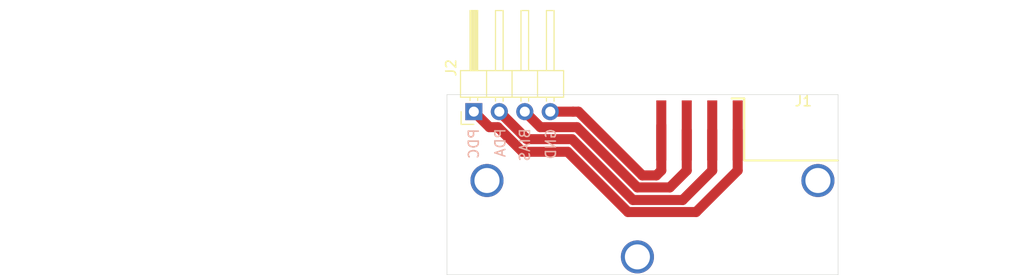
<source format=kicad_pcb>
(kicad_pcb (version 20171130) (host pcbnew "(5.1.6)-1")

  (general
    (thickness 1.6)
    (drawings 8)
    (tracks 26)
    (zones 0)
    (modules 2)
    (nets 5)
  )

  (page A4)
  (layers
    (0 F.Cu signal)
    (31 B.Cu signal)
    (32 B.Adhes user)
    (33 F.Adhes user)
    (34 B.Paste user)
    (35 F.Paste user)
    (36 B.SilkS user)
    (37 F.SilkS user)
    (38 B.Mask user)
    (39 F.Mask user)
    (40 Dwgs.User user)
    (41 Cmts.User user)
    (42 Eco1.User user)
    (43 Eco2.User user)
    (44 Edge.Cuts user)
    (45 Margin user)
    (46 B.CrtYd user)
    (47 F.CrtYd user)
    (48 B.Fab user)
    (49 F.Fab user)
  )

  (setup
    (last_trace_width 1)
    (user_trace_width 1)
    (user_trace_width 1.5)
    (user_trace_width 2)
    (trace_clearance 0.2)
    (zone_clearance 0.508)
    (zone_45_only no)
    (trace_min 0.2)
    (via_size 0.8)
    (via_drill 0.4)
    (via_min_size 0.4)
    (via_min_drill 0.3)
    (uvia_size 0.3)
    (uvia_drill 0.1)
    (uvias_allowed no)
    (uvia_min_size 0.2)
    (uvia_min_drill 0.1)
    (edge_width 0.05)
    (segment_width 0.2)
    (pcb_text_width 0.3)
    (pcb_text_size 1.5 1.5)
    (mod_edge_width 0.12)
    (mod_text_size 1 1)
    (mod_text_width 0.15)
    (pad_size 3.3 3.3)
    (pad_drill 2.5)
    (pad_to_mask_clearance 0.05)
    (aux_axis_origin 0 0)
    (grid_origin 198.390861 78.778621)
    (visible_elements 7FFFFFFF)
    (pcbplotparams
      (layerselection 0x010fc_ffffffff)
      (usegerberextensions false)
      (usegerberattributes true)
      (usegerberadvancedattributes true)
      (creategerberjobfile true)
      (excludeedgelayer true)
      (linewidth 0.100000)
      (plotframeref false)
      (viasonmask false)
      (mode 1)
      (useauxorigin false)
      (hpglpennumber 1)
      (hpglpenspeed 20)
      (hpglpendiameter 15.000000)
      (psnegative false)
      (psa4output false)
      (plotreference true)
      (plotvalue true)
      (plotinvisibletext false)
      (padsonsilk false)
      (subtractmaskfromsilk false)
      (outputformat 1)
      (mirror false)
      (drillshape 1)
      (scaleselection 1)
      (outputdirectory ""))
  )

  (net 0 "")
  (net 1 "Net-(J1-Pad1)")
  (net 2 "Net-(J1-Pad2)")
  (net 3 "Net-(J1-Pad3)")
  (net 4 "Net-(J1-Pad4)")

  (net_class Default "This is the default net class."
    (clearance 0.2)
    (trace_width 0.25)
    (via_dia 0.8)
    (via_drill 0.4)
    (uvia_dia 0.3)
    (uvia_drill 0.1)
    (add_net "Net-(J1-Pad1)")
    (add_net "Net-(J1-Pad2)")
    (add_net "Net-(J1-Pad3)")
    (add_net "Net-(J1-Pad4)")
  )

  (module BA_Footprints:IMC_1550_20PM_Pin_Header (layer F.Cu) (tedit 60F9288B) (tstamp 60F64A32)
    (at 198.390861 67.378621)
    (path /60F578B1)
    (fp_text reference J1 (at -3.45354 -5.92096) (layer F.SilkS)
      (effects (font (size 1 1) (thickness 0.15)))
    )
    (fp_text value Conn_01x04_Male (at -13.84 -9.19) (layer F.Fab)
      (effects (font (size 1 1) (thickness 0.15)))
    )
    (fp_line (start -48.6 -3.8) (end -45 -3.8) (layer F.Fab) (width 0.12))
    (fp_line (start -61 -3.8) (end -57.4 -3.8) (layer F.Fab) (width 0.12))
    (fp_line (start -57.4 0) (end -57.4 -3.8) (layer F.Fab) (width 0.12))
    (fp_line (start -48.6 0) (end -48.6 -3.8) (layer F.Fab) (width 0.12))
    (fp_line (start -65 9) (end -83.5 9) (layer F.Fab) (width 0.12))
    (fp_line (start -83.5 6.6) (end -83.5 9) (layer F.Fab) (width 0.12))
    (fp_line (start -65 4.2) (end -83.5 4.2) (layer F.Fab) (width 0.12))
    (fp_line (start -83.5 6.6) (end -83.5 4.2) (layer F.Fab) (width 0.12))
    (fp_line (start 0 5.2) (end 18.5 5.2) (layer F.Fab) (width 0.12))
    (fp_line (start 18.5 7.6) (end 18.5 10) (layer F.Fab) (width 0.12))
    (fp_line (start 18.5 7.6) (end 18.5 5.2) (layer F.Fab) (width 0.12))
    (fp_line (start 0 10) (end 18.5 10) (layer F.Fab) (width 0.12))
    (fp_line (start -65 0) (end -65 11.4) (layer F.Fab) (width 0.12))
    (fp_line (start 0 0) (end -65 0) (layer F.Fab) (width 0.12))
    (fp_line (start 0 11.4) (end -65 11.4) (layer F.Fab) (width 0.12))
    (fp_line (start 0 0) (end 0 11.4) (layer F.Fab) (width 0.12))
    (fp_line (start 0 0) (end -9.35 0) (layer F.SilkS) (width 0.2))
    (fp_line (start -9.35 -6.2) (end -9.35 0) (layer F.SilkS) (width 0.2))
    (fp_line (start -9.35 -6.2) (end -10.6 -6.2) (layer F.SilkS) (width 0.2))
    (fp_line (start -45 0) (end -45 -3.8) (layer F.Fab) (width 0.12))
    (fp_line (start -61 0) (end -61 -3.8) (layer F.Fab) (width 0.12))
    (fp_line (start -51 0) (end -51 -5.8) (layer F.Fab) (width 0.12))
    (fp_line (start -55 0) (end -55 -5.8) (layer F.Fab) (width 0.12))
    (fp_line (start -55 -5.8) (end -51 -5.8) (layer F.Fab) (width 0.12))
    (pad 4 smd rect (at -17.62 -3) (size 1 6) (layers F.Cu F.Paste F.Mask)
      (net 4 "Net-(J1-Pad4)"))
    (pad 3 smd rect (at -15.08 -3) (size 1 6) (layers F.Cu F.Paste F.Mask)
      (net 3 "Net-(J1-Pad3)"))
    (pad 2 smd rect (at -12.54 -3) (size 1 6) (layers F.Cu F.Paste F.Mask)
      (net 2 "Net-(J1-Pad2)"))
    (pad 1 smd rect (at -10 -3) (size 1 6) (layers F.Cu F.Paste F.Mask)
      (net 1 "Net-(J1-Pad1)"))
    (pad "" np_thru_hole circle (at -20 9.63) (size 3.3 3.3) (drill 2.5) (layers *.Cu *.Mask))
    (pad "" np_thru_hole circle (at -35 2) (size 3.3 3.3) (drill 2.5) (layers *.Cu *.Mask))
    (pad "" np_thru_hole circle (at -2 2) (size 3.3 3.3) (drill 2.5) (layers *.Cu *.Mask))
    (model D:/Dropbox_Data/Dropbox/HS_Wismar/Bachelorarbeit/Schaltplan_Layout/Bachelorarbeit_Schaltung/3dpackages/modulator-Body_LWL.step
      (offset (xyz -65 -11.5 0))
      (scale (xyz 1 1 1))
      (rotate (xyz 0 0 0))
    )
    (model D:/Dropbox_Daten_Alberts/Dropbox/HS_Wismar/Bachelorarbeit/Schaltplan_Layout/Bachelorarbeit_Schaltung/3dpackages/modulator-Body_LWL.step
      (offset (xyz -65 -11.5 0))
      (scale (xyz 1 1 1))
      (rotate (xyz 0 0 0))
    )
  )

  (module Connector_PinHeader_2.54mm:PinHeader_1x04_P2.54mm_Horizontal (layer F.Cu) (tedit 59FED5CB) (tstamp 60F8DC61)
    (at 162.08 62.5 90)
    (descr "Through hole angled pin header, 1x04, 2.54mm pitch, 6mm pin length, single row")
    (tags "Through hole angled pin header THT 1x04 2.54mm single row")
    (path /60F56FF8)
    (fp_text reference J2 (at 4.385 -2.27 90) (layer F.SilkS)
      (effects (font (size 1 1) (thickness 0.15)))
    )
    (fp_text value Conn_01x04_Male (at 4.385 9.89 90) (layer F.Fab)
      (effects (font (size 1 1) (thickness 0.15)))
    )
    (fp_line (start 2.135 -1.27) (end 4.04 -1.27) (layer F.Fab) (width 0.1))
    (fp_line (start 4.04 -1.27) (end 4.04 8.89) (layer F.Fab) (width 0.1))
    (fp_line (start 4.04 8.89) (end 1.5 8.89) (layer F.Fab) (width 0.1))
    (fp_line (start 1.5 8.89) (end 1.5 -0.635) (layer F.Fab) (width 0.1))
    (fp_line (start 1.5 -0.635) (end 2.135 -1.27) (layer F.Fab) (width 0.1))
    (fp_line (start -0.32 -0.32) (end 1.5 -0.32) (layer F.Fab) (width 0.1))
    (fp_line (start -0.32 -0.32) (end -0.32 0.32) (layer F.Fab) (width 0.1))
    (fp_line (start -0.32 0.32) (end 1.5 0.32) (layer F.Fab) (width 0.1))
    (fp_line (start 4.04 -0.32) (end 10.04 -0.32) (layer F.Fab) (width 0.1))
    (fp_line (start 10.04 -0.32) (end 10.04 0.32) (layer F.Fab) (width 0.1))
    (fp_line (start 4.04 0.32) (end 10.04 0.32) (layer F.Fab) (width 0.1))
    (fp_line (start -0.32 2.22) (end 1.5 2.22) (layer F.Fab) (width 0.1))
    (fp_line (start -0.32 2.22) (end -0.32 2.86) (layer F.Fab) (width 0.1))
    (fp_line (start -0.32 2.86) (end 1.5 2.86) (layer F.Fab) (width 0.1))
    (fp_line (start 4.04 2.22) (end 10.04 2.22) (layer F.Fab) (width 0.1))
    (fp_line (start 10.04 2.22) (end 10.04 2.86) (layer F.Fab) (width 0.1))
    (fp_line (start 4.04 2.86) (end 10.04 2.86) (layer F.Fab) (width 0.1))
    (fp_line (start -0.32 4.76) (end 1.5 4.76) (layer F.Fab) (width 0.1))
    (fp_line (start -0.32 4.76) (end -0.32 5.4) (layer F.Fab) (width 0.1))
    (fp_line (start -0.32 5.4) (end 1.5 5.4) (layer F.Fab) (width 0.1))
    (fp_line (start 4.04 4.76) (end 10.04 4.76) (layer F.Fab) (width 0.1))
    (fp_line (start 10.04 4.76) (end 10.04 5.4) (layer F.Fab) (width 0.1))
    (fp_line (start 4.04 5.4) (end 10.04 5.4) (layer F.Fab) (width 0.1))
    (fp_line (start -0.32 7.3) (end 1.5 7.3) (layer F.Fab) (width 0.1))
    (fp_line (start -0.32 7.3) (end -0.32 7.94) (layer F.Fab) (width 0.1))
    (fp_line (start -0.32 7.94) (end 1.5 7.94) (layer F.Fab) (width 0.1))
    (fp_line (start 4.04 7.3) (end 10.04 7.3) (layer F.Fab) (width 0.1))
    (fp_line (start 10.04 7.3) (end 10.04 7.94) (layer F.Fab) (width 0.1))
    (fp_line (start 4.04 7.94) (end 10.04 7.94) (layer F.Fab) (width 0.1))
    (fp_line (start 1.44 -1.33) (end 1.44 8.95) (layer F.SilkS) (width 0.12))
    (fp_line (start 1.44 8.95) (end 4.1 8.95) (layer F.SilkS) (width 0.12))
    (fp_line (start 4.1 8.95) (end 4.1 -1.33) (layer F.SilkS) (width 0.12))
    (fp_line (start 4.1 -1.33) (end 1.44 -1.33) (layer F.SilkS) (width 0.12))
    (fp_line (start 4.1 -0.38) (end 10.1 -0.38) (layer F.SilkS) (width 0.12))
    (fp_line (start 10.1 -0.38) (end 10.1 0.38) (layer F.SilkS) (width 0.12))
    (fp_line (start 10.1 0.38) (end 4.1 0.38) (layer F.SilkS) (width 0.12))
    (fp_line (start 4.1 -0.32) (end 10.1 -0.32) (layer F.SilkS) (width 0.12))
    (fp_line (start 4.1 -0.2) (end 10.1 -0.2) (layer F.SilkS) (width 0.12))
    (fp_line (start 4.1 -0.08) (end 10.1 -0.08) (layer F.SilkS) (width 0.12))
    (fp_line (start 4.1 0.04) (end 10.1 0.04) (layer F.SilkS) (width 0.12))
    (fp_line (start 4.1 0.16) (end 10.1 0.16) (layer F.SilkS) (width 0.12))
    (fp_line (start 4.1 0.28) (end 10.1 0.28) (layer F.SilkS) (width 0.12))
    (fp_line (start 1.11 -0.38) (end 1.44 -0.38) (layer F.SilkS) (width 0.12))
    (fp_line (start 1.11 0.38) (end 1.44 0.38) (layer F.SilkS) (width 0.12))
    (fp_line (start 1.44 1.27) (end 4.1 1.27) (layer F.SilkS) (width 0.12))
    (fp_line (start 4.1 2.16) (end 10.1 2.16) (layer F.SilkS) (width 0.12))
    (fp_line (start 10.1 2.16) (end 10.1 2.92) (layer F.SilkS) (width 0.12))
    (fp_line (start 10.1 2.92) (end 4.1 2.92) (layer F.SilkS) (width 0.12))
    (fp_line (start 1.042929 2.16) (end 1.44 2.16) (layer F.SilkS) (width 0.12))
    (fp_line (start 1.042929 2.92) (end 1.44 2.92) (layer F.SilkS) (width 0.12))
    (fp_line (start 1.44 3.81) (end 4.1 3.81) (layer F.SilkS) (width 0.12))
    (fp_line (start 4.1 4.7) (end 10.1 4.7) (layer F.SilkS) (width 0.12))
    (fp_line (start 10.1 4.7) (end 10.1 5.46) (layer F.SilkS) (width 0.12))
    (fp_line (start 10.1 5.46) (end 4.1 5.46) (layer F.SilkS) (width 0.12))
    (fp_line (start 1.042929 4.7) (end 1.44 4.7) (layer F.SilkS) (width 0.12))
    (fp_line (start 1.042929 5.46) (end 1.44 5.46) (layer F.SilkS) (width 0.12))
    (fp_line (start 1.44 6.35) (end 4.1 6.35) (layer F.SilkS) (width 0.12))
    (fp_line (start 4.1 7.24) (end 10.1 7.24) (layer F.SilkS) (width 0.12))
    (fp_line (start 10.1 7.24) (end 10.1 8) (layer F.SilkS) (width 0.12))
    (fp_line (start 10.1 8) (end 4.1 8) (layer F.SilkS) (width 0.12))
    (fp_line (start 1.042929 7.24) (end 1.44 7.24) (layer F.SilkS) (width 0.12))
    (fp_line (start 1.042929 8) (end 1.44 8) (layer F.SilkS) (width 0.12))
    (fp_line (start -1.27 0) (end -1.27 -1.27) (layer F.SilkS) (width 0.12))
    (fp_line (start -1.27 -1.27) (end 0 -1.27) (layer F.SilkS) (width 0.12))
    (fp_line (start -1.8 -1.8) (end -1.8 9.4) (layer F.CrtYd) (width 0.05))
    (fp_line (start -1.8 9.4) (end 10.55 9.4) (layer F.CrtYd) (width 0.05))
    (fp_line (start 10.55 9.4) (end 10.55 -1.8) (layer F.CrtYd) (width 0.05))
    (fp_line (start 10.55 -1.8) (end -1.8 -1.8) (layer F.CrtYd) (width 0.05))
    (fp_text user %R (at 2.77 3.81) (layer F.Fab)
      (effects (font (size 1 1) (thickness 0.15)))
    )
    (pad 1 thru_hole rect (at 0 0 90) (size 1.7 1.7) (drill 1) (layers *.Cu *.Mask)
      (net 1 "Net-(J1-Pad1)"))
    (pad 2 thru_hole oval (at 0 2.54 90) (size 1.7 1.7) (drill 1) (layers *.Cu *.Mask)
      (net 2 "Net-(J1-Pad2)"))
    (pad 3 thru_hole oval (at 0 5.08 90) (size 1.7 1.7) (drill 1) (layers *.Cu *.Mask)
      (net 3 "Net-(J1-Pad3)"))
    (pad 4 thru_hole oval (at 0 7.62 90) (size 1.7 1.7) (drill 1) (layers *.Cu *.Mask)
      (net 4 "Net-(J1-Pad4)"))
    (model ${KISYS3DMOD}/Connector_PinHeader_2.54mm.3dshapes/PinHeader_1x04_P2.54mm_Horizontal.wrl
      (at (xyz 0 0 0))
      (scale (xyz 1 1 1))
      (rotate (xyz 0 0 0))
    )
  )

  (gr_text "PDC\n" (at 162.070861 65.708621 90) (layer B.SilkS)
    (effects (font (size 1 1) (thickness 0.15)) (justify mirror))
  )
  (gr_text "PDA\n" (at 164.720861 65.608621 90) (layer B.SilkS)
    (effects (font (size 1 1) (thickness 0.15)) (justify mirror))
  )
  (gr_text "BIAS\n" (at 167.170861 65.818621 90) (layer B.SilkS)
    (effects (font (size 1 1) (thickness 0.15)) (justify mirror))
  )
  (gr_text "GND\n" (at 169.760861 65.728621 90) (layer B.SilkS)
    (effects (font (size 1 1) (thickness 0.15)) (justify mirror))
  )
  (gr_line (start 198.4 60.8) (end 198.4 78.8) (layer Edge.Cuts) (width 0.05) (tstamp 60F62BD9))
  (gr_line (start 159.4 60.8) (end 198.4 60.8) (layer Edge.Cuts) (width 0.05) (tstamp 60F62BC9))
  (gr_line (start 159.4 78.8) (end 198.4 78.8) (layer Edge.Cuts) (width 0.05))
  (gr_line (start 159.4 60.8) (end 159.4 78.8) (layer Edge.Cuts) (width 0.05))

  (segment (start 184.24085 72.528632) (end 188.390861 68.378621) (width 1) (layer F.Cu) (net 1))
  (segment (start 163.630001 64.050001) (end 164.472931 64.050001) (width 1) (layer F.Cu) (net 1))
  (segment (start 188.390861 68.378621) (end 188.390861 64.378621) (width 1) (layer F.Cu) (net 1))
  (segment (start 166.931551 66.508621) (end 171.429651 66.508621) (width 1) (layer F.Cu) (net 1))
  (segment (start 171.429651 66.508621) (end 177.449662 72.528632) (width 1) (layer F.Cu) (net 1))
  (segment (start 177.449662 72.528632) (end 184.24085 72.528632) (width 1) (layer F.Cu) (net 1))
  (segment (start 162.08 62.5) (end 163.630001 64.050001) (width 1) (layer F.Cu) (net 1))
  (segment (start 164.472931 64.050001) (end 166.931551 66.508621) (width 1) (layer F.Cu) (net 1))
  (segment (start 185.850861 68.378621) (end 185.850861 64.378621) (width 1) (layer F.Cu) (net 2))
  (segment (start 164.62 62.5) (end 167.370011 65.250011) (width 1) (layer F.Cu) (net 2))
  (segment (start 167.370011 65.250011) (end 171.868111 65.250011) (width 1) (layer F.Cu) (net 2))
  (segment (start 171.868111 65.250011) (end 177.946722 71.328622) (width 1) (layer F.Cu) (net 2))
  (segment (start 177.946722 71.328622) (end 182.90086 71.328622) (width 1) (layer F.Cu) (net 2))
  (segment (start 182.90086 71.328622) (end 185.850861 68.378621) (width 1) (layer F.Cu) (net 2))
  (segment (start 167.16 62.5) (end 168.710001 64.050001) (width 1) (layer F.Cu) (net 3))
  (segment (start 183.310861 68.378621) (end 183.310861 64.378621) (width 1) (layer F.Cu) (net 3))
  (segment (start 172.365171 64.050001) (end 178.383801 70.068631) (width 1) (layer F.Cu) (net 3))
  (segment (start 168.710001 64.050001) (end 172.365171 64.050001) (width 1) (layer F.Cu) (net 3))
  (segment (start 178.383801 70.068631) (end 181.620851 70.068631) (width 1) (layer F.Cu) (net 3))
  (segment (start 181.620851 70.068631) (end 183.310861 68.378621) (width 1) (layer F.Cu) (net 3))
  (segment (start 180.770861 68.378621) (end 180.770861 63.878621) (width 1) (layer F.Cu) (net 4))
  (segment (start 180.280862 68.86862) (end 180.770861 68.378621) (width 1) (layer F.Cu) (net 4))
  (segment (start 169.7 62.5) (end 171.97224 62.5) (width 1) (layer F.Cu) (net 4))
  (segment (start 180.280862 68.86862) (end 178.88086 68.86862) (width 1) (layer F.Cu) (net 4))
  (segment (start 172.51224 62.5) (end 171.97224 62.5) (width 1) (layer F.Cu) (net 4))
  (segment (start 178.88086 68.86862) (end 172.51224 62.5) (width 1) (layer F.Cu) (net 4))

)

</source>
